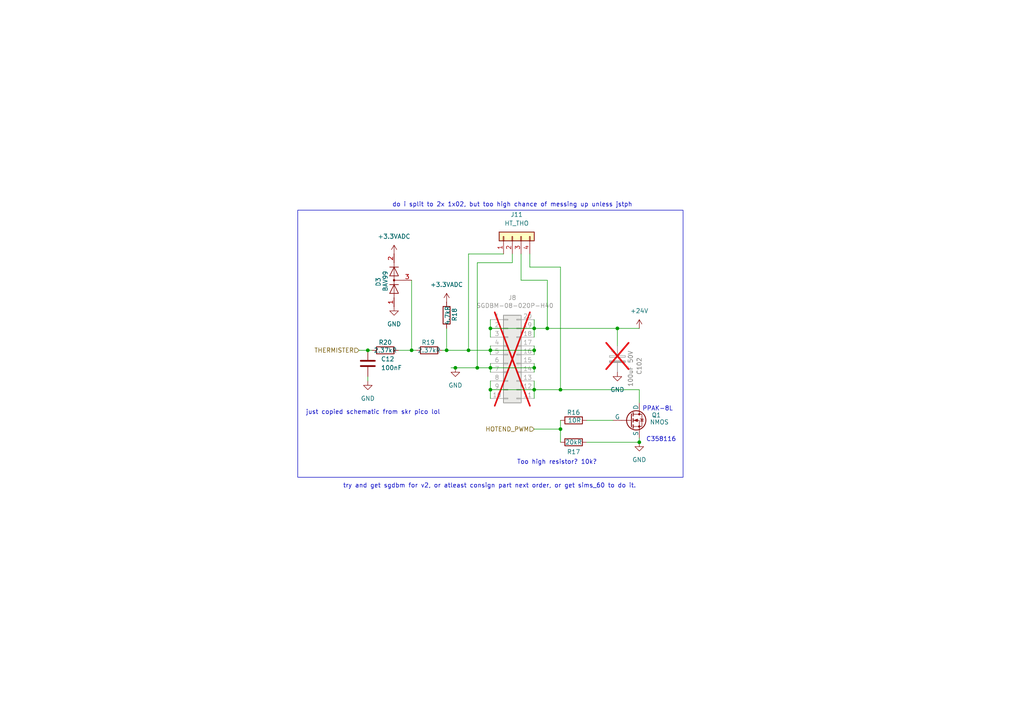
<source format=kicad_sch>
(kicad_sch (version 20250114) (generator "eeschema") (generator_version "9.0")
  (paper "A4")
  (lib_symbols
    (symbol "Connector_Generic:Conn_01x04" (pin_names (offset 1.016) (hide yes))
      (property "Reference" "J" (at 0 5.08 0))
      (property "Value" "Conn_01x04" (at 0 -7.62 0))
      (symbol "Conn_01x04_1_1"
        (rectangle (start -1.27 3.81) (end 1.27 -6.35) (stroke (width 0.254)) (fill (type background)))
        (rectangle (start -1.27 2.667) (end 0 2.413) (stroke (width 0.1524)))
        (rectangle (start -1.27 0.127) (end 0 -0.127) (stroke (width 0.1524)))
        (rectangle (start -1.27 -2.413) (end 0 -2.667) (stroke (width 0.1524)))
        (rectangle (start -1.27 -4.953) (end 0 -5.207) (stroke (width 0.1524)))
        (pin passive line (at -5.08 2.54 0) (length 3.81) (name "Pin_1") (number "1"))
        (pin passive line (at -5.08 0 0) (length 3.81) (name "Pin_2") (number "2"))
        (pin passive line (at -5.08 -2.54 0) (length 3.81) (name "Pin_3") (number "3"))
        (pin passive line (at -5.08 -5.08 0) (length 3.81) (name "Pin_4") (number "4"))
      )
    )
    (symbol "Connector_Generic:Conn_02x10_Counter_Clockwise" (pin_names (offset 1.016) (hide yes))
      (property "Reference" "J" (at 1.27 12.7 0))
      (property "Value" "Conn_02x10_Counter_Clockwise" (at 1.27 -15.24 0))
      (symbol "Conn_02x10_Counter_Clockwise_1_1"
        (rectangle (start -1.27 11.43) (end 3.81 -13.97) (stroke (width 0.254)) (fill (type background)))
        (rectangle (start -1.27 10.287) (end 0 10.033) (stroke (width 0.1524)))
        (rectangle (start -1.27 7.747) (end 0 7.493) (stroke (width 0.1524)))
        (rectangle (start -1.27 5.207) (end 0 4.953) (stroke (width 0.1524)))
        (rectangle (start -1.27 2.667) (end 0 2.413) (stroke (width 0.1524)))
        (rectangle (start -1.27 0.127) (end 0 -0.127) (stroke (width 0.1524)))
        (rectangle (start -1.27 -2.413) (end 0 -2.667) (stroke (width 0.1524)))
        (rectangle (start -1.27 -4.953) (end 0 -5.207) (stroke (width 0.1524)))
        (rectangle (start -1.27 -7.493) (end 0 -7.747) (stroke (width 0.1524)))
        (rectangle (start -1.27 -10.033) (end 0 -10.287) (stroke (width 0.1524)))
        (rectangle (start -1.27 -12.573) (end 0 -12.827) (stroke (width 0.1524)))
        (rectangle (start 3.81 10.287) (end 2.54 10.033) (stroke (width 0.1524)))
        (rectangle (start 3.81 7.747) (end 2.54 7.493) (stroke (width 0.1524)))
        (rectangle (start 3.81 5.207) (end 2.54 4.953) (stroke (width 0.1524)))
        (rectangle (start 3.81 2.667) (end 2.54 2.413) (stroke (width 0.1524)))
        (rectangle (start 3.81 0.127) (end 2.54 -0.127) (stroke (width 0.1524)))
        (rectangle (start 3.81 -2.413) (end 2.54 -2.667) (stroke (width 0.1524)))
        (rectangle (start 3.81 -4.953) (end 2.54 -5.207) (stroke (width 0.1524)))
        (rectangle (start 3.81 -7.493) (end 2.54 -7.747) (stroke (width 0.1524)))
        (rectangle (start 3.81 -10.033) (end 2.54 -10.287) (stroke (width 0.1524)))
        (rectangle (start 3.81 -12.573) (end 2.54 -12.827) (stroke (width 0.1524)))
        (pin passive line (at -5.08 10.16 0) (length 3.81) (name "Pin_1") (number "1"))
        (pin passive line (at -5.08 7.62 0) (length 3.81) (name "Pin_2") (number "2"))
        (pin passive line (at -5.08 5.08 0) (length 3.81) (name "Pin_3") (number "3"))
        (pin passive line (at -5.08 2.54 0) (length 3.81) (name "Pin_4") (number "4"))
        (pin passive line (at -5.08 0 0) (length 3.81) (name "Pin_5") (number "5"))
        (pin passive line (at -5.08 -2.54 0) (length 3.81) (name "Pin_6") (number "6"))
        (pin passive line (at -5.08 -5.08 0) (length 3.81) (name "Pin_7") (number "7"))
        (pin passive line (at -5.08 -7.62 0) (length 3.81) (name "Pin_8") (number "8"))
        (pin passive line (at -5.08 -10.16 0) (length 3.81) (name "Pin_9") (number "9"))
        (pin passive line (at -5.08 -12.7 0) (length 3.81) (name "Pin_10") (number "10"))
        (pin passive line (at 7.62 10.16 180) (length 3.81) (name "Pin_20") (number "20"))
        (pin passive line (at 7.62 7.62 180) (length 3.81) (name "Pin_19") (number "19"))
        (pin passive line (at 7.62 5.08 180) (length 3.81) (name "Pin_18") (number "18"))
        (pin passive line (at 7.62 2.54 180) (length 3.81) (name "Pin_17") (number "17"))
        (pin passive line (at 7.62 0 180) (length 3.81) (name "Pin_16") (number "16"))
        (pin passive line (at 7.62 -2.54 180) (length 3.81) (name "Pin_15") (number "15"))
        (pin passive line (at 7.62 -5.08 180) (length 3.81) (name "Pin_14") (number "14"))
        (pin passive line (at 7.62 -7.62 180) (length 3.81) (name "Pin_13") (number "13"))
        (pin passive line (at 7.62 -10.16 180) (length 3.81) (name "Pin_12") (number "12"))
        (pin passive line (at 7.62 -12.7 180) (length 3.81) (name "Pin_11") (number "11"))
      )
    )
    (symbol "Device:C" (pin_numbers (hide yes)) (pin_names (offset 0.254))
      (property "Reference" "C" (at 0.635 2.54 0))
      (property "Value" "C" (at 0.635 -2.54 0))
      (symbol "C_0_1"
        (polyline (pts (xy -2.032 0.762) (xy 2.032 0.762)) (stroke (width 0.508)))
        (polyline (pts (xy -2.032 -0.762) (xy 2.032 -0.762)) (stroke (width 0.508)))
      )
      (symbol "C_1_1"
        (pin passive line (at 0 3.81 270) (length 2.794) (name "~") (number "1"))
        (pin passive line (at 0 -3.81 90) (length 2.794) (name "~") (number "2"))
      )
    )
    (symbol "Device:C_Polarized" (pin_numbers (hide yes)) (pin_names (offset 0.254))
      (property "Reference" "C" (at 0.635 2.54 0))
      (property "Value" "C_Polarized" (at 0.635 -2.54 0))
      (symbol "C_Polarized_0_1"
        (rectangle (start -2.286 0.508) (end 2.286 1.016))
        (polyline (pts (xy -1.778 2.286) (xy -0.762 2.286)))
        (polyline (pts (xy -1.27 2.794) (xy -1.27 1.778)))
        (rectangle (start 2.286 -0.508) (end -2.286 -1.016) (fill (type outline)))
      )
      (symbol "C_Polarized_1_1"
        (pin passive line (at 0 3.81 270) (length 2.794) (name "~") (number "1"))
        (pin passive line (at 0 -3.81 90) (length 2.794) (name "~") (number "2"))
      )
    )
    (symbol "Device:R" (pin_numbers (hide yes)) (pin_names (offset 0))
      (property "Reference" "R" (at 2.032 0 90))
      (property "Value" "R" (at 0 0 90))
      (symbol "R_0_1"
        (rectangle (start -1.016 -2.54) (end 1.016 2.54) (stroke (width 0.254)))
      )
      (symbol "R_1_1"
        (pin passive line (at 0 3.81 270) (length 1.27) (name "~") (number "1"))
        (pin passive line (at 0 -3.81 90) (length 1.27) (name "~") (number "2"))
      )
    )
    (symbol "Diode:BAV99" (pin_names (hide yes))
      (property "Reference" "D" (at 0 5.08 0))
      (property "Value" "BAV99" (at 0 2.54 0))
      (symbol "BAV99_0_1"
        (polyline (pts (xy -5.08 0) (xy 5.08 0)))
      )
      (symbol "BAV99_1_1"
        (polyline (pts (xy -3.81 1.27) (xy -1.27 0) (xy -3.81 -1.27) (xy -3.81 1.27) (xy -3.81 1.27) (xy -3.81 1.27)) (stroke (width 0.2032)))
        (polyline (pts (xy -1.27 -1.27) (xy -1.27 1.27) (xy -1.27 1.27)) (stroke (width 0.2032)))
        (polyline (pts (xy 0 0) (xy 0 -2.54)))
        (circle (center 0 0) (radius 0.254) (fill (type outline)))
        (polyline (pts (xy 1.27 1.27) (xy 3.81 0) (xy 1.27 -1.27) (xy 1.27 1.27) (xy 1.27 1.27) (xy 1.27 1.27)) (stroke (width 0.2032)))
        (polyline (pts (xy 3.81 1.27) (xy 3.81 -1.27) (xy 3.81 -1.27)) (stroke (width 0.2032)))
        (pin passive line (at -7.62 0 0) (length 2.54) (name "K") (number "1"))
        (pin passive line (at 0 -5.08 90) (length 2.54) (name "K") (number "3"))
        (pin passive line (at 7.62 0 180) (length 2.54) (name "A") (number "2"))
      )
    )
    (symbol "Simulation_SPICE:NMOS" (pin_numbers (hide yes)) (pin_names (offset 0))
      (property "Reference" "Q" (at 5.08 1.27 0))
      (property "Value" "NMOS" (at 5.08 -1.27 0))
      (symbol "NMOS_0_1"
        (polyline (pts (xy 0.254 1.905) (xy 0.254 -1.905)) (stroke (width 0.254)))
        (polyline (pts (xy 0.254 0) (xy -2.54 0)))
        (polyline (pts (xy 0.762 2.286) (xy 0.762 1.27)) (stroke (width 0.254)))
        (polyline (pts (xy 0.762 0.508) (xy 0.762 -0.508)) (stroke (width 0.254)))
        (polyline (pts (xy 0.762 -1.27) (xy 0.762 -2.286)) (stroke (width 0.254)))
        (polyline (pts (xy 0.762 -1.778) (xy 3.302 -1.778) (xy 3.302 1.778) (xy 0.762 1.778)))
        (polyline (pts (xy 1.016 0) (xy 2.032 0.381) (xy 2.032 -0.381) (xy 1.016 0)) (fill (type outline)))
        (circle (center 1.651 0) (radius 2.794) (stroke (width 0.254)))
        (polyline (pts (xy 2.54 2.54) (xy 2.54 1.778)))
        (circle (center 2.54 1.778) (radius 0.254) (fill (type outline)))
        (circle (center 2.54 -1.778) (radius 0.254) (fill (type outline)))
        (polyline (pts (xy 2.54 -2.54) (xy 2.54 0) (xy 0.762 0)))
        (polyline (pts (xy 2.794 0.508) (xy 2.921 0.381) (xy 3.683 0.381) (xy 3.81 0.254)))
        (polyline (pts (xy 3.302 0.381) (xy 2.921 -0.254) (xy 3.683 -0.254) (xy 3.302 0.381)))
      )
      (symbol "NMOS_1_1"
        (pin input line (at -5.08 0 0) (length 2.54) (name "G") (number "2"))
        (pin passive line (at 2.54 5.08 270) (length 2.54) (name "D") (number "1"))
        (pin passive line (at 2.54 -5.08 90) (length 2.54) (name "S") (number "3"))
      )
    )
    (symbol "power:+24V" (power) (pin_numbers (hide yes)) (pin_names (offset 0) (hide yes))
      (property "Value" "+24V" (at 0 3.556 0))
      (symbol "+24V_0_1"
        (polyline (pts (xy -0.762 1.27) (xy 0 2.54)))
        (polyline (pts (xy 0 2.54) (xy 0.762 1.27)))
        (polyline (pts (xy 0 0) (xy 0 2.54)))
      )
      (symbol "+24V_1_1"
        (pin power_in line (at 0 0 90) (length 0) (name "~") (number "1"))
      )
    )
    (symbol "power:+3.3VADC" (power) (pin_numbers (hide yes)) (pin_names (offset 0) (hide yes))
      (property "Value" "+3.3VADC" (at 0 3.556 0))
      (symbol "+3.3VADC_0_0"
        (pin power_in line (at 0 0 90) (length 0) (name "~") (number "1"))
      )
      (symbol "+3.3VADC_0_1"
        (polyline (pts (xy -0.762 1.27) (xy 0 2.54)))
        (polyline (pts (xy 0 2.54) (xy 0.762 1.27)))
        (polyline (pts (xy 0 0) (xy 0 2.54)))
      )
    )
    (symbol "power:GND" (power) (pin_numbers (hide yes)) (pin_names (offset 0) (hide yes))
      (property "Value" "GND" (at 0 -3.81 0))
      (symbol "GND_0_1"
        (polyline (pts (xy 0 0) (xy 0 -1.27) (xy 1.27 -1.27) (xy 0 -2.54) (xy -1.27 -1.27) (xy 0 -1.27)))
      )
      (symbol "GND_1_1"
        (pin power_in line (at 0 0 270) (length 0) (name "~") (number "1"))
      )
    )
  )
  (rectangle (start 86.36 60.96) (end 198.12 138.43))
  (text "C358116" (at 191.77 127.508 0) (effects (font (size 1.27 1.27))))
  (text "try and get sgdbm for v2, or atleast consign part next order, or get sims_60 to do it." (at 141.986 140.97 0) (effects (font (size 1.27 1.27))))
  (text "PPAK-8L" (at 190.754 118.618 0) (effects (font (size 1.27 1.27))))
  (text "do i split to 2x 1x02, but too high chance of messing up unless jstph" (at 148.59 59.436 0) (effects (font (size 1.27 1.27))))
  (text "Too high resistor? 10k?" (at 161.544 134.112 0) (effects (font (size 1.27 1.27))))
  (text "just copied schematic from skr pico lol\n" (at 108.204 119.634 0) (effects (font (size 1.27 1.27))))
  (junction (at 142.24 101.6))
  (junction (at 158.75 95.25))
  (junction (at 154.94 106.68))
  (junction (at 138.43 106.68))
  (junction (at 185.42 128.27))
  (junction (at 162.56 124.46))
  (junction (at 179.07 95.25))
  (junction (at 154.94 95.25))
  (junction (at 135.89 101.6))
  (junction (at 129.54 101.6))
  (junction (at 106.68 101.6))
  (junction (at 119.38 101.6))
  (junction (at 142.24 95.25))
  (junction (at 154.94 113.03))
  (junction (at 154.94 101.6))
  (junction (at 162.56 113.03))
  (junction (at 142.24 106.68))
  (junction (at 132.08 106.68))
  (junction (at 142.24 113.03))
  (wire (pts (xy 154.94 113.03) (xy 154.94 115.57)))
  (wire (pts (xy 142.24 101.6) (xy 154.94 101.6)))
  (wire (pts (xy 119.38 101.6) (xy 115.57 101.6)))
  (wire (pts (xy 154.94 95.25) (xy 158.75 95.25)))
  (wire (pts (xy 154.94 113.03) (xy 162.56 113.03)))
  (wire (pts (xy 128.27 101.6) (xy 129.54 101.6)))
  (wire (pts (xy 142.24 95.25) (xy 154.94 95.25)))
  (wire (pts (xy 162.56 124.46) (xy 162.56 128.27)))
  (wire (pts (xy 154.94 106.68) (xy 154.94 107.95)))
  (wire (pts (xy 135.89 101.6) (xy 135.89 73.66)))
  (wire (pts (xy 153.67 73.66) (xy 153.67 77.47)))
  (wire (pts (xy 170.18 121.92) (xy 177.8 121.92)))
  (wire (pts (xy 142.24 105.41) (xy 142.24 106.68)))
  (wire (pts (xy 138.43 106.68) (xy 142.24 106.68)))
  (wire (pts (xy 185.42 127) (xy 185.42 128.27)))
  (wire (pts (xy 154.94 92.71) (xy 154.94 95.25)))
  (wire (pts (xy 142.24 106.68) (xy 142.24 107.95)))
  (wire (pts (xy 185.42 113.03) (xy 185.42 116.84)))
  (wire (pts (xy 154.94 124.46) (xy 162.56 124.46)))
  (wire (pts (xy 106.68 109.22) (xy 106.68 110.49)))
  (wire (pts (xy 142.24 92.71) (xy 142.24 95.25)))
  (wire (pts (xy 158.75 95.25) (xy 158.75 81.28)))
  (wire (pts (xy 158.75 95.25) (xy 179.07 95.25)))
  (wire (pts (xy 129.54 95.25) (xy 129.54 101.6)))
  (wire (pts (xy 142.24 113.03) (xy 154.94 113.03)))
  (wire (pts (xy 154.94 100.33) (xy 154.94 101.6)))
  (wire (pts (xy 154.94 101.6) (xy 154.94 102.87)))
  (wire (pts (xy 142.24 100.33) (xy 142.24 101.6)))
  (wire (pts (xy 162.56 77.47) (xy 162.56 113.03)))
  (wire (pts (xy 151.13 81.28) (xy 151.13 73.66)))
  (wire (pts (xy 107.95 101.6) (xy 106.68 101.6)))
  (wire (pts (xy 142.24 101.6) (xy 142.24 102.87)))
  (wire (pts (xy 129.54 101.6) (xy 135.89 101.6)))
  (wire (pts (xy 135.89 73.66) (xy 146.05 73.66)))
  (wire (pts (xy 148.59 76.2) (xy 148.59 73.66)))
  (wire (pts (xy 154.94 95.25) (xy 154.94 97.79)))
  (wire (pts (xy 142.24 110.49) (xy 142.24 113.03)))
  (wire (pts (xy 162.56 121.92) (xy 162.56 124.46)))
  (wire (pts (xy 135.89 101.6) (xy 142.24 101.6)))
  (wire (pts (xy 119.38 101.6) (xy 120.65 101.6)))
  (wire (pts (xy 132.08 106.68) (xy 138.43 106.68)))
  (wire (pts (xy 170.18 128.27) (xy 185.42 128.27)))
  (wire (pts (xy 104.14 101.6) (xy 106.68 101.6)))
  (wire (pts (xy 162.56 113.03) (xy 185.42 113.03)))
  (wire (pts (xy 119.38 81.28) (xy 119.38 101.6)))
  (wire (pts (xy 179.07 95.25) (xy 179.07 100.33)))
  (wire (pts (xy 153.67 77.47) (xy 162.56 77.47)))
  (wire (pts (xy 138.43 76.2) (xy 148.59 76.2)))
  (wire (pts (xy 142.24 113.03) (xy 142.24 115.57)))
  (wire (pts (xy 142.24 95.25) (xy 142.24 97.79)))
  (wire (pts (xy 154.94 105.41) (xy 154.94 106.68)))
  (wire (pts (xy 179.07 95.25) (xy 185.42 95.25)))
  (wire (pts (xy 158.75 81.28) (xy 151.13 81.28)))
  (wire (pts (xy 142.24 106.68) (xy 154.94 106.68)))
  (wire (pts (xy 154.94 110.49) (xy 154.94 113.03)))
  (wire (pts (xy 138.43 106.68) (xy 138.43 76.2)))
  (wire (pts (xy 132.08 106.68) (xy 130.81 106.68)))
  (hierarchical_label "THERMISTER" (shape input) (at 104.14 101.6 180))
  (hierarchical_label "HOTEND_PWM" (shape input) (at 154.94 124.46 180))
  (symbol (lib_id "Connector_Generic:Conn_01x04") (at 148.59 68.58 90) (unit 1)
    (property "Reference" "J11" (at 149.86 62.23 90))
    (property "Value" "HT_THO" (at 149.86 64.77 90))
    (property "Footprint" "Connector_JST:JST_XH_B4B-XH-A_1x04_P2.50mm_Vertical" (effects (hide yes)))
    (property "Description" "Generic connector, single row, 01x04, script generated (kicad-library-utils/schlib/autogen/connector/)" (effects (hide yes)))
  )
  (symbol (lib_id "power:GND") (at 114.3 88.9 0) (mirror y) (unit 1)
    (property "Reference" "#PWR035" (effects (hide yes)))
    (property "Value" "GND" (at 114.3 93.98 0))
    (property "Description" "Power symbol creates a global label with name \"GND\" , ground" (effects (hide yes)))
  )
  (symbol (lib_id "Device:C") (at 106.68 105.41 0) (mirror y) (unit 1)
    (property "Reference" "C12" (at 110.49 104.1399 0) (effects (justify right)))
    (property "Value" "100nF" (at 110.49 106.6799 0) (effects (justify right)))
    (property "Footprint" "Capacitor_SMD:C_0402_1005Metric" (effects (hide yes)))
    (property "Description" "Unpolarized capacitor" (effects (hide yes)))
  )
  (symbol (lib_id "Simulation_SPICE:NMOS") (at 182.88 121.92 0) (unit 1)
    (property "Reference" "Q1" (at 188.976 120.396 0) (effects (justify left)))
    (property "Value" "NMOS" (at 188.468 122.428 0) (effects (justify left)))
    (property "Footprint" "Library:PPAK-8L-NumberingFixed" (effects (hide yes)))
    (property "Datasheet" "https://ngspice.sourceforge.io/docs/ngspice-html-manual/manual.xhtml#cha_MOSFETs" (effects (hide yes)))
    (property "Description" "N-MOSFET transistor, drain/source/gate" (effects (hide yes)))
    (property "Sim.Device" "NMOS" (effects (hide yes)))
    (property "Sim.Type" "VDMOS" (effects (hide yes)))
    (property "Sim.Pins" "1=D 2=G 3=S" (effects (hide yes)))
  )
  (symbol (lib_id "Device:R") (at 124.46 101.6 270) (mirror x) (unit 1)
    (property "Reference" "R19" (at 124.206 99.314 90))
    (property "Value" "2.37kR" (at 124.46 101.6 90))
    (property "Footprint" "Resistor_SMD:R_0402_1005Metric" (effects (hide yes)))
    (property "Description" "Resistor" (effects (hide yes)))
  )
  (symbol (lib_id "power:GND") (at 179.07 107.95 0) (unit 1)
    (property "Reference" "#PWR059" (effects (hide yes)))
    (property "Value" "GND" (at 179.07 113.03 0))
    (property "Description" "Power symbol creates a global label with name \"GND\" , ground" (effects (hide yes)))
  )
  (symbol (lib_id "Device:R") (at 166.37 128.27 90) (unit 1)
    (property "Reference" "R17" (at 166.37 131.064 90))
    (property "Value" "20kR" (at 166.37 128.27 90))
    (property "Footprint" "Resistor_SMD:R_0402_1005Metric" (effects (hide yes)))
    (property "Description" "Resistor" (effects (hide yes)))
  )
  (symbol (lib_id "power:+3.3VADC") (at 114.3 73.66 0) (mirror y) (unit 1)
    (property "Reference" "#PWR034" (effects (hide yes)))
    (property "Value" "+3.3VADC" (at 114.3 68.58 0))
    (property "Description" "Power symbol creates a global label with name \"+3.3VADC\"" (effects (hide yes)))
  )
  (symbol (lib_id "power:GND") (at 106.68 110.49 0) (mirror y) (unit 1)
    (property "Reference" "#PWR033" (effects (hide yes)))
    (property "Value" "GND" (at 106.68 115.57 0))
    (property "Description" "Power symbol creates a global label with name \"GND\" , ground" (effects (hide yes)))
  )
  (symbol (lib_id "Device:R") (at 129.54 91.44 0) (mirror y) (unit 1)
    (property "Reference" "R18" (at 131.826 93.218 90) (effects (justify left)))
    (property "Value" "4.7kR" (at 129.794 94.234 90) (effects (justify left)))
    (property "Footprint" "Resistor_SMD:R_0402_1005Metric" (effects (hide yes)))
    (property "Description" "Resistor" (effects (hide yes)))
  )
  (symbol (lib_id "Connector_Generic:Conn_02x10_Counter_Clockwise") (at 147.32 102.87 0) (unit 1) (on_board no) (dnp yes)
    (property "Reference" "J8" (at 148.59 86.36 0))
    (property "Value" "SGDBM-08-020P-H40" (at 149.352 88.646 0))
    (property "Footprint" "A1KLibrary:Mezzanine Connector" (effects (hide yes)))
    (property "Description" "Generic connector, double row, 02x10, counter clockwise pin numbering scheme (similar to DIP package numbering), script generated (kicad-library-utils/schlib/autogen/connector/)" (effects (hide yes)))
  )
  (symbol (lib_id "power:GND") (at 132.08 106.68 0) (mirror y) (unit 1)
    (property "Reference" "#PWR037" (effects (hide yes)))
    (property "Value" "GND" (at 132.08 111.76 0))
    (property "Description" "Power symbol creates a global label with name \"GND\" , ground" (effects (hide yes)))
  )
  (symbol (lib_id "power:+24V") (at 185.42 95.25 0) (unit 1)
    (property "Reference" "#PWR038" (effects (hide yes)))
    (property "Value" "+24V" (at 185.42 90.17 0))
    (property "Description" "Power symbol creates a global label with name \"+24V\"" (effects (hide yes)))
  )
  (symbol (lib_id "Device:R") (at 111.76 101.6 270) (mirror x) (unit 1)
    (property "Reference" "R20" (at 111.76 99.314 90))
    (property "Value" "2.37kR" (at 111.76 101.6 90))
    (property "Footprint" "Resistor_SMD:R_0402_1005Metric" (effects (hide yes)))
    (property "Description" "Resistor" (effects (hide yes)))
  )
  (symbol (lib_id "Diode:BAV99") (at 114.3 81.28 90) (unit 1)
    (property "Reference" "D3" (at 109.728 81.788 0))
    (property "Value" "BAV99" (at 111.76 81.534 0))
    (property "Footprint" "Package_TO_SOT_SMD:SOT-23" (effects (hide yes)))
    (property "Datasheet" "https://assets.nexperia.com/documents/data-sheet/BAV99_SER.pdf" (effects (hide yes)))
    (property "Description" "BAV99 High-speed switching diodes, SOT-23" (effects (hide yes)))
  )
  (symbol (lib_id "Device:C_Polarized") (at 179.07 104.14 0) (unit 1) (on_board no) (dnp yes)
    (property "Reference" "C102" (at 185.42 106.172 90))
    (property "Value" "100uF 50V" (at 182.88 106.934 90))
    (property "Footprint" "Capacitor_SMD:CP_Elec_8x10.5" (effects (hide yes)))
    (property "Description" "Polarized capacitor" (effects (hide yes)))
  )
  (symbol (lib_id "power:GND") (at 185.42 128.27 0) (unit 1)
    (property "Reference" "#PWR039" (effects (hide yes)))
    (property "Value" "GND" (at 185.42 133.35 0))
    (property "Description" "Power symbol creates a global label with name \"GND\" , ground" (effects (hide yes)))
  )
  (symbol (lib_id "power:+3.3VADC") (at 129.54 87.63 0) (mirror y) (unit 1)
    (property "Reference" "#PWR036" (effects (hide yes)))
    (property "Value" "+3.3VADC" (at 129.54 82.55 0))
    (property "Description" "Power symbol creates a global label with name \"+3.3VADC\"" (effects (hide yes)))
  )
  (symbol (lib_id "Device:R") (at 166.37 121.92 90) (unit 1)
    (property "Reference" "R16" (at 166.37 119.634 90))
    (property "Value" "10R" (at 166.624 121.92 90))
    (property "Footprint" "Resistor_SMD:R_0402_1005Metric" (effects (hide yes)))
    (property "Description" "Resistor" (effects (hide yes)))
  )
)
</source>
